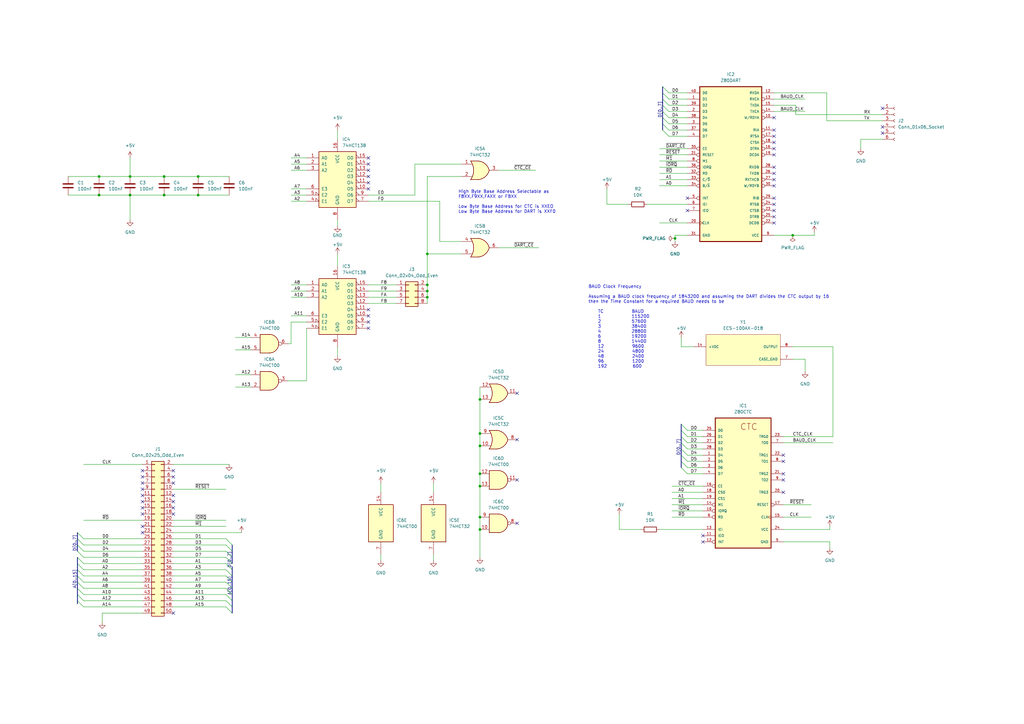
<source format=kicad_sch>
(kicad_sch (version 20230121) (generator eeschema)
  (paper "A3")
  (title_block (title "RABS664 Amstrad CPC CTC DART") (date "2023-08-12") (rev "1.0") (company "https://github.com/rabs664/Amstrad-CPC-CTC-DART"))
  (lib_symbols
    (symbol "74xx:74HCT00" (pin_names (offset 1.016))
      (property "Reference" "U" (at 0 1.27 0))
      (property "Value" "74HCT00" (at 0 -1.27 0))
      (symbol "74HCT00_1_1"
        (pin input line (at -7.62 2.54 0) (length 3.81) (name "~") (number "1"))
        (pin input line (at -7.62 -2.54 0) (length 3.81) (name "~") (number "2"))
        (pin output inverted (at 7.62 0 180) (length 3.81) (name "~") (number "3"))
      )
      (symbol "74HCT00_1_2"
        (pin input inverted (at -7.62 2.54 0) (length 4.318) (name "~") (number "1"))
        (pin input inverted (at -7.62 -2.54 0) (length 4.318) (name "~") (number "2"))
        (pin output line (at 7.62 0 180) (length 3.81) (name "~") (number "3"))
      )
      (symbol "74HCT00_2_1"
        (pin input line (at -7.62 2.54 0) (length 3.81) (name "~") (number "4"))
        (pin input line (at -7.62 -2.54 0) (length 3.81) (name "~") (number "5"))
        (pin output inverted (at 7.62 0 180) (length 3.81) (name "~") (number "6"))
      )
      (symbol "74HCT00_2_2"
        (pin input inverted (at -7.62 2.54 0) (length 4.318) (name "~") (number "4"))
        (pin input inverted (at -7.62 -2.54 0) (length 4.318) (name "~") (number "5"))
        (pin output line (at 7.62 0 180) (length 3.81) (name "~") (number "6"))
      )
      (symbol "74HCT00_3_1"
        (pin input line (at -7.62 -2.54 0) (length 3.81) (name "~") (number "10"))
        (pin output inverted (at 7.62 0 180) (length 3.81) (name "~") (number "8"))
        (pin input line (at -7.62 2.54 0) (length 3.81) (name "~") (number "9"))
      )
      (symbol "74HCT00_3_2"
        (pin input inverted (at -7.62 -2.54 0) (length 4.318) (name "~") (number "10"))
        (pin output line (at 7.62 0 180) (length 3.81) (name "~") (number "8"))
        (pin input inverted (at -7.62 2.54 0) (length 4.318) (name "~") (number "9"))
      )
      (symbol "74HCT00_4_1"
        (pin output inverted (at 7.62 0 180) (length 3.81) (name "~") (number "11"))
        (pin input line (at -7.62 2.54 0) (length 3.81) (name "~") (number "12"))
        (pin input line (at -7.62 -2.54 0) (length 3.81) (name "~") (number "13"))
      )
      (symbol "74HCT00_4_2"
        (pin output line (at 7.62 0 180) (length 3.81) (name "~") (number "11"))
        (pin input inverted (at -7.62 2.54 0) (length 4.318) (name "~") (number "12"))
        (pin input inverted (at -7.62 -2.54 0) (length 4.318) (name "~") (number "13"))
      )
      (symbol "74HCT00_5_0"
        (pin power_in line (at 0 12.7 270) (length 5.08) (name "VCC") (number "14"))
        (pin power_in line (at 0 -12.7 90) (length 5.08) (name "GND") (number "7"))
      )
    )
    (symbol "74xx:74LS138" (pin_names (offset 1.016))
      (property "Reference" "U" (at -7.62 11.43 0))
      (property "Value" "74LS138" (at -7.62 -13.97 0))
      (symbol "74LS138_1_0"
        (pin input line (at -12.7 7.62 0) (length 5.08) (name "A0") (number "1"))
        (pin output output_low (at 12.7 -5.08 180) (length 5.08) (name "O5") (number "10"))
        (pin output output_low (at 12.7 -2.54 180) (length 5.08) (name "O4") (number "11"))
        (pin output output_low (at 12.7 0 180) (length 5.08) (name "O3") (number "12"))
        (pin output output_low (at 12.7 2.54 180) (length 5.08) (name "O2") (number "13"))
        (pin output output_low (at 12.7 5.08 180) (length 5.08) (name "O1") (number "14"))
        (pin output output_low (at 12.7 7.62 180) (length 5.08) (name "O0") (number "15"))
        (pin power_in line (at 0 15.24 270) (length 5.08) (name "VCC") (number "16"))
        (pin input line (at -12.7 5.08 0) (length 5.08) (name "A1") (number "2"))
        (pin input line (at -12.7 2.54 0) (length 5.08) (name "A2") (number "3"))
        (pin input input_low (at -12.7 -10.16 0) (length 5.08) (name "E1") (number "4"))
        (pin input input_low (at -12.7 -7.62 0) (length 5.08) (name "E2") (number "5"))
        (pin input line (at -12.7 -5.08 0) (length 5.08) (name "E3") (number "6"))
        (pin output output_low (at 12.7 -10.16 180) (length 5.08) (name "O7") (number "7"))
        (pin power_in line (at 0 -17.78 90) (length 5.08) (name "GND") (number "8"))
        (pin output output_low (at 12.7 -7.62 180) (length 5.08) (name "O6") (number "9"))
      )
    )
    (symbol "74xx:74LS32" (pin_names (offset 1.016))
      (property "Reference" "U" (at 0 1.27 0))
      (property "Value" "74LS32" (at 0 -1.27 0))
      (symbol "74LS32_1_1"
        (pin input line (at -7.62 2.54 0) (length 4.318) (name "~") (number "1"))
        (pin input line (at -7.62 -2.54 0) (length 4.318) (name "~") (number "2"))
        (pin output line (at 7.62 0 180) (length 3.81) (name "~") (number "3"))
      )
      (symbol "74LS32_1_2"
        (pin input inverted (at -7.62 2.54 0) (length 3.81) (name "~") (number "1"))
        (pin input inverted (at -7.62 -2.54 0) (length 3.81) (name "~") (number "2"))
        (pin output inverted (at 7.62 0 180) (length 3.81) (name "~") (number "3"))
      )
      (symbol "74LS32_2_1"
        (pin input line (at -7.62 2.54 0) (length 4.318) (name "~") (number "4"))
        (pin input line (at -7.62 -2.54 0) (length 4.318) (name "~") (number "5"))
        (pin output line (at 7.62 0 180) (length 3.81) (name "~") (number "6"))
      )
      (symbol "74LS32_2_2"
        (pin input inverted (at -7.62 2.54 0) (length 3.81) (name "~") (number "4"))
        (pin input inverted (at -7.62 -2.54 0) (length 3.81) (name "~") (number "5"))
        (pin output inverted (at 7.62 0 180) (length 3.81) (name "~") (number "6"))
      )
      (symbol "74LS32_3_1"
        (pin input line (at -7.62 -2.54 0) (length 4.318) (name "~") (number "10"))
        (pin output line (at 7.62 0 180) (length 3.81) (name "~") (number "8"))
        (pin input line (at -7.62 2.54 0) (length 4.318) (name "~") (number "9"))
      )
      (symbol "74LS32_3_2"
        (pin input inverted (at -7.62 -2.54 0) (length 3.81) (name "~") (number "10"))
        (pin output inverted (at 7.62 0 180) (length 3.81) (name "~") (number "8"))
        (pin input inverted (at -7.62 2.54 0) (length 3.81) (name "~") (number "9"))
      )
      (symbol "74LS32_4_1"
        (pin output line (at 7.62 0 180) (length 3.81) (name "~") (number "11"))
        (pin input line (at -7.62 2.54 0) (length 4.318) (name "~") (number "12"))
        (pin input line (at -7.62 -2.54 0) (length 4.318) (name "~") (number "13"))
      )
      (symbol "74LS32_4_2"
        (pin output inverted (at 7.62 0 180) (length 3.81) (name "~") (number "11"))
        (pin input inverted (at -7.62 2.54 0) (length 3.81) (name "~") (number "12"))
        (pin input inverted (at -7.62 -2.54 0) (length 3.81) (name "~") (number "13"))
      )
      (symbol "74LS32_5_0"
        (pin power_in line (at 0 12.7 270) (length 5.08) (name "VCC") (number "14"))
        (pin power_in line (at 0 -12.7 90) (length 5.08) (name "GND") (number "7"))
      )
    )
    (symbol "Connector:Conn_01x06_Socket" (pin_names (offset 1.016) hide)
      (property "Reference" "J" (at 0 7.62 0))
      (property "Value" "Conn_01x06_Socket" (at 0 -10.16 0))
      (symbol "Conn_01x06_Socket_1_1"
        (pin passive line (at -5.08 5.08 0) (length 3.81) (name "Pin_1") (number "1"))
        (pin passive line (at -5.08 2.54 0) (length 3.81) (name "Pin_2") (number "2"))
        (pin passive line (at -5.08 0 0) (length 3.81) (name "Pin_3") (number "3"))
        (pin passive line (at -5.08 -2.54 0) (length 3.81) (name "Pin_4") (number "4"))
        (pin passive line (at -5.08 -5.08 0) (length 3.81) (name "Pin_5") (number "5"))
        (pin passive line (at -5.08 -7.62 0) (length 3.81) (name "Pin_6") (number "6"))
      )
    )
    (symbol "Connector_Generic:Conn_02x04_Odd_Even" (pin_names (offset 1.016) hide)
      (property "Reference" "J" (at 1.27 5.08 0))
      (property "Value" "Conn_02x04_Odd_Even" (at 1.27 -7.62 0))
      (symbol "Conn_02x04_Odd_Even_1_1"
        (pin passive line (at -5.08 2.54 0) (length 3.81) (name "Pin_1") (number "1"))
        (pin passive line (at 7.62 2.54 180) (length 3.81) (name "Pin_2") (number "2"))
        (pin passive line (at -5.08 0 0) (length 3.81) (name "Pin_3") (number "3"))
        (pin passive line (at 7.62 0 180) (length 3.81) (name "Pin_4") (number "4"))
        (pin passive line (at -5.08 -2.54 0) (length 3.81) (name "Pin_5") (number "5"))
        (pin passive line (at 7.62 -2.54 180) (length 3.81) (name "Pin_6") (number "6"))
        (pin passive line (at -5.08 -5.08 0) (length 3.81) (name "Pin_7") (number "7"))
        (pin passive line (at 7.62 -5.08 180) (length 3.81) (name "Pin_8") (number "8"))
      )
    )
    (symbol "Connector_Generic:Conn_02x25_Odd_Even" (pin_names (offset 1.016) hide)
      (property "Reference" "J" (at 1.27 33.02 0))
      (property "Value" "Conn_02x25_Odd_Even" (at 1.27 -33.02 0))
      (symbol "Conn_02x25_Odd_Even_1_1"
        (pin passive line (at -5.08 30.48 0) (length 3.81) (name "Pin_1") (number "1"))
        (pin passive line (at 7.62 20.32 180) (length 3.81) (name "Pin_10") (number "10"))
        (pin passive line (at -5.08 17.78 0) (length 3.81) (name "Pin_11") (number "11"))
        (pin passive line (at 7.62 17.78 180) (length 3.81) (name "Pin_12") (number "12"))
        (pin passive line (at -5.08 15.24 0) (length 3.81) (name "Pin_13") (number "13"))
        (pin passive line (at 7.62 15.24 180) (length 3.81) (name "Pin_14") (number "14"))
        (pin passive line (at -5.08 12.7 0) (length 3.81) (name "Pin_15") (number "15"))
        (pin passive line (at 7.62 12.7 180) (length 3.81) (name "Pin_16") (number "16"))
        (pin passive line (at -5.08 10.16 0) (length 3.81) (name "Pin_17") (number "17"))
        (pin passive line (at 7.62 10.16 180) (length 3.81) (name "Pin_18") (number "18"))
        (pin passive line (at -5.08 7.62 0) (length 3.81) (name "Pin_19") (number "19"))
        (pin passive line (at 7.62 30.48 180) (length 3.81) (name "Pin_2") (number "2"))
        (pin passive line (at 7.62 7.62 180) (length 3.81) (name "Pin_20") (number "20"))
        (pin passive line (at -5.08 5.08 0) (length 3.81) (name "Pin_21") (number "21"))
        (pin passive line (at 7.62 5.08 180) (length 3.81) (name "Pin_22") (number "22"))
        (pin passive line (at -5.08 2.54 0) (length 3.81) (name "Pin_23") (number "23"))
        (pin passive line (at 7.62 2.54 180) (length 3.81) (name "Pin_24") (number "24"))
        (pin passive line (at -5.08 0 0) (length 3.81) (name "Pin_25") (number "25"))
        (pin passive line (at 7.62 0 180) (length 3.81) (name "Pin_26") (number "26"))
        (pin passive line (at -5.08 -2.54 0) (length 3.81) (name "Pin_27") (number "27"))
        (pin passive line (at 7.62 -2.54 180) (length 3.81) (name "Pin_28") (number "28"))
        (pin passive line (at -5.08 -5.08 0) (length 3.81) (name "Pin_29") (number "29"))
        (pin passive line (at -5.08 27.94 0) (length 3.81) (name "Pin_3") (number "3"))
        (pin passive line (at 7.62 -5.08 180) (length 3.81) (name "Pin_30") (number "30"))
        (pin passive line (at -5.08 -7.62 0) (length 3.81) (name "Pin_31") (number "31"))
        (pin passive line (at 7.62 -7.62 180) (length 3.81) (name "Pin_32") (number "32"))
        (pin passive line (at -5.08 -10.16 0) (length 3.81) (name "Pin_33") (number "33"))
        (pin passive line (at 7.62 -10.16 180) (length 3.81) (name "Pin_34") (number "34"))
        (pin passive line (at -5.08 -12.7 0) (length 3.81) (name "Pin_35") (number "35"))
        (pin passive line (at 7.62 -12.7 180) (length 3.81) (name "Pin_36") (number "36"))
        (pin passive line (at -5.08 -15.24 0) (length 3.81) (name "Pin_37") (number "37"))
        (pin passive line (at 7.62 -15.24 180) (length 3.81) (name "Pin_38") (number "38"))
        (pin passive line (at -5.08 -17.78 0) (length 3.81) (name "Pin_39") (number "39"))
        (pin passive line (at 7.62 27.94 180) (length 3.81) (name "Pin_4") (number "4"))
        (pin passive line (at 7.62 -17.78 180) (length 3.81) (name "Pin_40") (number "40"))
        (pin passive line (at -5.08 -20.32 0) (length 3.81) (name "Pin_41") (number "41"))
        (pin passive line (at 7.62 -20.32 180) (length 3.81) (name "Pin_42") (number "42"))
        (pin passive line (at -5.08 -22.86 0) (length 3.81) (name "Pin_43") (number "43"))
        (pin passive line (at 7.62 -22.86 180) (length 3.81) (name "Pin_44") (number "44"))
        (pin passive line (at -5.08 -25.4 0) (length 3.81) (name "Pin_45") (number "45"))
        (pin passive line (at 7.62 -25.4 180) (length 3.81) (name "Pin_46") (number "46"))
        (pin passive line (at -5.08 -27.94 0) (length 3.81) (name "Pin_47") (number "47"))
        (pin passive line (at 7.62 -27.94 180) (length 3.81) (name "Pin_48") (number "48"))
        (pin passive line (at -5.08 -30.48 0) (length 3.81) (name "Pin_49") (number "49"))
        (pin passive line (at -5.08 25.4 0) (length 3.81) (name "Pin_5") (number "5"))
        (pin passive line (at 7.62 -30.48 180) (length 3.81) (name "Pin_50") (number "50"))
        (pin passive line (at 7.62 25.4 180) (length 3.81) (name "Pin_6") (number "6"))
        (pin passive line (at -5.08 22.86 0) (length 3.81) (name "Pin_7") (number "7"))
        (pin passive line (at 7.62 22.86 180) (length 3.81) (name "Pin_8") (number "8"))
        (pin passive line (at -5.08 20.32 0) (length 3.81) (name "Pin_9") (number "9"))
      )
    )
    (symbol "Device:C" (pin_numbers hide) (pin_names (offset 0.254))
      (property "Reference" "C" (at 0.635 2.54 0))
      (property "Value" "C" (at 0.635 -2.54 0))
      (symbol "C_1_1"
        (pin passive line (at 0 3.81 270) (length 2.794) (name "~") (number "1"))
        (pin passive line (at 0 -3.81 90) (length 2.794) (name "~") (number "2"))
      )
    )
    (symbol "Device:R" (pin_numbers hide) (pin_names (offset 0))
      (property "Reference" "R" (at 2.032 0 90))
      (property "Value" "R" (at 0 0 90))
      (symbol "R_1_1"
        (pin passive line (at 0 3.81 270) (length 1.27) (name "~") (number "1"))
        (pin passive line (at 0 -3.81 90) (length 1.27) (name "~") (number "2"))
      )
    )
    (symbol "ECS-100AX-018:ECS-100AX-018" (pin_names (offset 1.016))
      (property "Reference" "Y" (at -15.2829 5.0943 0))
      (property "Value" "ECS-100AX-018" (at -15.268 -10.1787 0))
      (symbol "ECS-100AX-018_0_0"
        (pin input line (at -20.32 0 0) (length 5.08) (name "+VDC") (number "14"))
        (pin power_in line (at 20.32 -5.08 180) (length 5.08) (name "CASE_GND") (number "7"))
        (pin output line (at 20.32 0 180) (length 5.08) (name "OUTPUT") (number "8"))
      )
    )
    (symbol "Z80CTC:Z80CTC" (pin_names (offset 1.016))
      (property "Reference" "IC" (at -12.7212 26.0785 0))
      (property "Value" "Z80CTC" (at -12.713 -30.5113 0))
      (symbol "Z80CTC_0_0"
        (text "CTC" (at -2.5413 20.3307 0) (effects (font (size 2.5413 2.5413)) (justify left bottom)))
        (pin bidirectional line (at -17.78 10.16 0) (length 5.08) (name "D4") (number "1"))
        (pin input inverted (at -17.78 -12.7 0) (length 5.08) (name "IORQ") (number "10"))
        (pin output line (at -17.78 -22.86 0) (length 5.08) (name "IEO") (number "11"))
        (pin output inverted (at -17.78 -25.4 0) (length 5.08) (name "INT") (number "12"))
        (pin input line (at -17.78 -20.32 0) (length 5.08) (name "IEI") (number "13"))
        (pin input inverted (at -17.78 -10.16 0) (length 5.08) (name "M1") (number "14"))
        (pin input clock (at 15.24 -15.24 180) (length 5.08) (name "CLK") (number "15"))
        (pin input inverted (at -17.78 -2.54 0) (length 5.08) (name "CE") (number "16"))
        (pin input inverted (at 15.24 -10.16 180) (length 5.08) (name "RESET") (number "17"))
        (pin input line (at -17.78 -5.08 0) (length 5.08) (name "CS0") (number "18"))
        (pin input line (at -17.78 -7.62 0) (length 5.08) (name "CS1") (number "19"))
        (pin bidirectional line (at -17.78 7.62 0) (length 5.08) (name "D5") (number "2"))
        (pin input line (at 15.24 -5.08 180) (length 5.08) (name "TRG3") (number "20"))
        (pin input line (at 15.24 2.54 180) (length 5.08) (name "TRG2") (number "21"))
        (pin input line (at 15.24 10.16 180) (length 5.08) (name "TRG1") (number "22"))
        (pin input line (at 15.24 17.78 180) (length 5.08) (name "TRG0") (number "23"))
        (pin power_in line (at 15.24 -20.32 180) (length 5.08) (name "VCC") (number "24"))
        (pin bidirectional line (at -17.78 20.32 0) (length 5.08) (name "D0") (number "25"))
        (pin bidirectional line (at -17.78 17.78 0) (length 5.08) (name "D1") (number "26"))
        (pin bidirectional line (at -17.78 15.24 0) (length 5.08) (name "D2") (number "27"))
        (pin bidirectional line (at -17.78 12.7 0) (length 5.08) (name "D3") (number "28"))
        (pin bidirectional line (at -17.78 5.08 0) (length 5.08) (name "D6") (number "3"))
        (pin bidirectional line (at -17.78 2.54 0) (length 5.08) (name "D7") (number "4"))
        (pin power_in line (at 15.24 -25.4 180) (length 5.08) (name "GND") (number "5"))
        (pin input inverted (at -17.78 -15.24 0) (length 5.08) (name "RD") (number "6"))
        (pin output line (at 15.24 15.24 180) (length 5.08) (name "TO0") (number "7"))
        (pin output line (at 15.24 7.62 180) (length 5.08) (name "TO1") (number "8"))
        (pin output line (at 15.24 0 180) (length 5.08) (name "TO2") (number "9"))
      )
    )
    (symbol "Z80DART:Z80DART" (pin_names (offset 1.016))
      (property "Reference" "IC" (at -12.7065 28.5896 0))
      (property "Value" "Z80DART" (at -12.7183 -38.1548 0))
      (symbol "Z80DART_0_0"
        (pin bidirectional line (at -17.78 22.86 0) (length 5.08) (name "D1") (number "1"))
        (pin output inverted (at 17.78 15.24 180) (length 5.08) (name "W/RDYA") (number "10"))
        (pin input inverted (at 17.78 10.16 180) (length 5.08) (name "RIA") (number "11"))
        (pin input line (at 17.78 25.4 180) (length 5.08) (name "RXDA") (number "12"))
        (pin input inverted (at 17.78 22.86 180) (length 5.08) (name "RXCA") (number "13"))
        (pin input inverted (at 17.78 17.78 180) (length 5.08) (name "TXCA") (number "14"))
        (pin output line (at 17.78 20.32 180) (length 5.08) (name "TXDA") (number "15"))
        (pin output inverted (at 17.78 2.54 180) (length 5.08) (name "DTRA") (number "16"))
        (pin output inverted (at 17.78 7.62 180) (length 5.08) (name "RTSA") (number "17"))
        (pin input inverted (at 17.78 5.08 180) (length 5.08) (name "CTSA") (number "18"))
        (pin input inverted (at 17.78 0 180) (length 5.08) (name "DCDA") (number "19"))
        (pin bidirectional line (at -17.78 17.78 0) (length 5.08) (name "D3") (number "2"))
        (pin input clock (at -17.78 -27.94 0) (length 5.08) (name "CLK") (number "20"))
        (pin input inverted (at -17.78 0 0) (length 5.08) (name "RESET") (number "21"))
        (pin input inverted (at 17.78 -27.94 180) (length 5.08) (name "DCDB") (number "22"))
        (pin input inverted (at 17.78 -22.86 180) (length 5.08) (name "CTSB") (number "23"))
        (pin output inverted (at 17.78 -20.32 180) (length 5.08) (name "RTSB") (number "24"))
        (pin output inverted (at 17.78 -25.4 180) (length 5.08) (name "DTRB") (number "25"))
        (pin output line (at 17.78 -7.62 180) (length 5.08) (name "TXDB") (number "26"))
        (pin input inverted (at 17.78 -10.16 180) (length 5.08) (name "RXTXCB") (number "27"))
        (pin input line (at 17.78 -5.08 180) (length 5.08) (name "RXDB") (number "28"))
        (pin input inverted (at 17.78 -17.78 180) (length 5.08) (name "RIB") (number "29"))
        (pin bidirectional line (at -17.78 12.7 0) (length 5.08) (name "D5") (number "3"))
        (pin output inverted (at 17.78 -12.7 180) (length 5.08) (name "W/RDYB") (number "30"))
        (pin power_in line (at -17.78 -33.02 0) (length 5.08) (name "GND") (number "31"))
        (pin input inverted (at -17.78 -7.62 0) (length 5.08) (name "RD") (number "32"))
        (pin input inverted (at -17.78 -10.16 0) (length 5.08) (name "C/~{D}") (number "33"))
        (pin input inverted (at -17.78 -12.7 0) (length 5.08) (name "B/~{A}") (number "34"))
        (pin input inverted (at -17.78 2.54 0) (length 5.08) (name "CE") (number "35"))
        (pin input inverted (at -17.78 -5.08 0) (length 5.08) (name "IORQ") (number "36"))
        (pin bidirectional line (at -17.78 10.16 0) (length 5.08) (name "D6") (number "37"))
        (pin bidirectional line (at -17.78 15.24 0) (length 5.08) (name "D4") (number "38"))
        (pin bidirectional line (at -17.78 20.32 0) (length 5.08) (name "D2") (number "39"))
        (pin bidirectional line (at -17.78 7.62 0) (length 5.08) (name "D7") (number "4"))
        (pin bidirectional line (at -17.78 25.4 0) (length 5.08) (name "D0") (number "40"))
        (pin open_collector inverted (at -17.78 -17.78 0) (length 5.08) (name "INT") (number "5"))
        (pin input line (at -17.78 -20.32 0) (length 5.08) (name "IEI") (number "6"))
        (pin output line (at -17.78 -22.86 0) (length 5.08) (name "IEO") (number "7"))
        (pin input inverted (at -17.78 -2.54 0) (length 5.08) (name "M1") (number "8"))
        (pin power_in line (at 17.78 -33.02 180) (length 5.08) (name "VCC") (number "9"))
      )
    )
    (symbol "power:+5V" (power) (pin_names (offset 0))
      (property "Value" "+5V" (at 0 3.556 0))
      (symbol "+5V_1_1"
        (pin power_in line (at 0 0 90) (length 0) hide (name "+5V") (number "1"))
      )
    )
    (symbol "power:GND" (power) (pin_names (offset 0))
      (property "Value" "GND" (at 0 -3.81 0))
      (symbol "GND_1_1"
        (pin power_in line (at 0 0 270) (length 0) hide (name "GND") (number "1"))
      )
    )
    (symbol "power:PWR_FLAG" (power) (pin_numbers hide) (pin_names (offset 0) hide)
      (property "Value" "PWR_FLAG" (at 0 3.81 0))
      (symbol "PWR_FLAG_0_0"
        (pin power_out line (at 0 0 90) (length 0) (name "pwr") (number "1"))
      )
    )
  )
  (junction (at 325.12 96.52))
  (junction (at 175.26 104.14))
  (junction (at 196.85 199.39))
  (junction (at 196.85 217.17))
  (junction (at 196.85 212.09))
  (junction (at 196.85 182.88))
  (junction (at 40.64 80.01))
  (junction (at 40.64 72.39))
  (junction (at 276.86 97.79))
  (junction (at 53.34 80.01))
  (junction (at 196.85 177.8))
  (junction (at 175.26 119.38))
  (junction (at 81.28 80.01))
  (junction (at 81.28 72.39))
  (junction (at 175.26 121.92))
  (junction (at 67.31 80.01))
  (junction (at 67.31 72.39))
  (junction (at 196.85 163.83))
  (junction (at 196.85 194.31))
  (junction (at 53.34 72.39))
  (junction (at 175.26 116.84))
  (no_connect (at 58.42 193.04))
  (no_connect (at 317.5 55.88))
  (no_connect (at 71.12 251.46))
  (no_connect (at 58.42 205.74))
  (no_connect (at 58.42 200.66))
  (no_connect (at 317.5 53.34))
  (no_connect (at 151.13 67.31))
  (no_connect (at 151.13 72.39))
  (no_connect (at 71.12 195.58))
  (no_connect (at 317.5 48.26))
  (no_connect (at 58.42 195.58))
  (no_connect (at 288.29 219.71))
  (no_connect (at 212.09 180.34))
  (no_connect (at 58.42 218.44))
  (no_connect (at 321.31 196.85))
  (no_connect (at 212.09 161.29))
  (no_connect (at 71.12 208.28))
  (no_connect (at 58.42 208.28))
  (no_connect (at 151.13 129.54))
  (no_connect (at 151.13 134.62))
  (no_connect (at 317.5 68.58))
  (no_connect (at 317.5 71.12))
  (no_connect (at 317.5 60.96))
  (no_connect (at 71.12 198.12))
  (no_connect (at 212.09 196.85))
  (no_connect (at 71.12 205.74))
  (no_connect (at 317.5 91.44))
  (no_connect (at 151.13 127))
  (no_connect (at 151.13 77.47))
  (no_connect (at 317.5 76.2))
  (no_connect (at 281.94 86.36))
  (no_connect (at 317.5 81.28))
  (no_connect (at 317.5 86.36))
  (no_connect (at 317.5 63.5))
  (no_connect (at 281.94 81.28))
  (no_connect (at 71.12 210.82))
  (no_connect (at 58.42 203.2))
  (no_connect (at 317.5 88.9))
  (no_connect (at 151.13 64.77))
  (no_connect (at 58.42 215.9))
  (no_connect (at 317.5 73.66))
  (no_connect (at 321.31 186.69))
  (no_connect (at 71.12 193.04))
  (no_connect (at 321.31 189.23))
  (no_connect (at 317.5 58.42))
  (no_connect (at 151.13 74.93))
  (no_connect (at 58.42 210.82))
  (no_connect (at 151.13 132.08))
  (no_connect (at 361.95 54.61))
  (no_connect (at 71.12 203.2))
  (no_connect (at 321.31 194.31))
  (no_connect (at 321.31 201.93))
  (no_connect (at 361.95 52.07))
  (no_connect (at 317.5 83.82))
  (no_connect (at 58.42 198.12))
  (no_connect (at 151.13 69.85))
  (no_connect (at 361.95 44.45))
  (no_connect (at 288.29 222.25))
  (no_connect (at 212.09 214.63))
  (bus_entry (at 279.4 176.53) (size 2.54 2.54))
  (bus_entry (at 279.4 191.77) (size 2.54 2.54))
  (bus_entry (at 31.75 236.22) (size 2.54 2.54))
  (bus_entry (at 92.71 226.06) (size 2.54 2.54))
  (bus_entry (at 271.78 53.34) (size 2.54 2.54))
  (bus_entry (at 31.75 233.68) (size 2.54 2.54))
  (bus_entry (at 31.75 226.06) (size 2.54 2.54))
  (bus_entry (at 92.71 248.92) (size 2.54 2.54))
  (bus_entry (at 271.78 43.18) (size 2.54 2.54))
  (bus_entry (at 31.75 228.6) (size 2.54 2.54))
  (bus_entry (at 31.75 243.84) (size 2.54 2.54))
  (bus_entry (at 31.75 231.14) (size 2.54 2.54))
  (bus_entry (at 92.71 220.98) (size 2.54 2.54))
  (bus_entry (at 279.4 189.23) (size 2.54 2.54))
  (bus_entry (at 31.75 241.3) (size 2.54 2.54))
  (bus_entry (at 92.71 233.68) (size 2.54 2.54))
  (bus_entry (at 279.4 181.61) (size 2.54 2.54))
  (bus_entry (at 279.4 186.69) (size 2.54 2.54))
  (bus_entry (at 92.71 228.6) (size 2.54 2.54))
  (bus_entry (at 271.78 50.8) (size 2.54 2.54))
  (bus_entry (at 92.71 223.52) (size 2.54 2.54))
  (bus_entry (at 271.78 45.72) (size 2.54 2.54))
  (bus_entry (at 271.78 40.64) (size 2.54 2.54))
  (bus_entry (at 271.78 48.26) (size 2.54 2.54))
  (bus_entry (at 92.71 238.76) (size 2.54 2.54))
  (bus_entry (at 279.4 184.15) (size 2.54 2.54))
  (bus_entry (at 279.4 173.99) (size 2.54 2.54))
  (bus_entry (at 31.75 220.98) (size 2.54 2.54))
  (bus_entry (at 92.71 246.38) (size 2.54 2.54))
  (bus_entry (at 31.75 246.38) (size 2.54 2.54))
  (bus_entry (at 92.71 243.84) (size 2.54 2.54))
  (bus_entry (at 31.75 238.76) (size 2.54 2.54))
  (bus_entry (at 92.71 231.14) (size 2.54 2.54))
  (bus_entry (at 271.78 38.1) (size 2.54 2.54))
  (bus_entry (at 92.71 236.22) (size 2.54 2.54))
  (bus_entry (at 92.71 241.3) (size 2.54 2.54))
  (bus_entry (at 271.78 35.56) (size 2.54 2.54))
  (bus_entry (at 31.75 218.44) (size 2.54 2.54))
  (bus_entry (at 31.75 223.52) (size 2.54 2.54))
  (bus_entry (at 279.4 179.07) (size 2.54 2.54))
  (wire (pts (xy 71.12 243.84) (xy 92.71 243.84)))
  (wire (pts (xy 34.29 231.14) (xy 58.42 231.14)))
  (bus (pts (xy 31.75 220.98) (xy 31.75 223.52)))
  (bus (pts (xy 31.75 241.3) (xy 31.75 243.84)))
  (wire (pts (xy 274.32 50.8) (xy 281.94 50.8)))
  (wire (pts (xy 71.12 213.36) (xy 92.71 213.36)))
  (wire (pts (xy 138.43 142.24) (xy 138.43 146.05)))
  (wire (pts (xy 151.13 121.92) (xy 162.56 121.92)))
  (wire (pts (xy 275.59 199.39) (xy 288.29 199.39)))
  (wire (pts (xy 34.29 223.52) (xy 58.42 223.52)))
  (bus (pts (xy 95.25 228.6) (xy 95.25 231.14)))
  (bus (pts (xy 271.78 43.18) (xy 271.78 45.72)))
  (wire (pts (xy 196.85 212.09) (xy 196.85 217.17)))
  (wire (pts (xy 270.51 66.04) (xy 281.94 66.04)))
  (wire (pts (xy 276.86 96.52) (xy 281.94 96.52)))
  (wire (pts (xy 196.85 199.39) (xy 196.85 212.09)))
  (wire (pts (xy 151.13 82.55) (xy 180.34 82.55)))
  (bus (pts (xy 279.4 189.23) (xy 279.4 191.77)))
  (wire (pts (xy 53.34 64.77) (xy 53.34 72.39)))
  (wire (pts (xy 34.29 220.98) (xy 58.42 220.98)))
  (bus (pts (xy 271.78 48.26) (xy 271.78 50.8)))
  (wire (pts (xy 71.12 200.66) (xy 92.71 200.66)))
  (bus (pts (xy 31.75 231.14) (xy 31.75 233.68)))
  (wire (pts (xy 71.12 246.38) (xy 92.71 246.38)))
  (wire (pts (xy 118.11 140.97) (xy 119.38 140.97)))
  (wire (pts (xy 151.13 80.01) (xy 170.18 80.01)))
  (wire (pts (xy 330.2 147.32) (xy 325.12 147.32)))
  (wire (pts (xy 317.5 38.1) (xy 339.09 38.1)))
  (bus (pts (xy 31.75 218.44) (xy 31.75 220.98)))
  (wire (pts (xy 41.91 251.46) (xy 41.91 255.27)))
  (bus (pts (xy 271.78 45.72) (xy 271.78 48.26)))
  (wire (pts (xy 96.52 138.43) (xy 102.87 138.43)))
  (wire (pts (xy 71.12 236.22) (xy 92.71 236.22)))
  (wire (pts (xy 317.5 43.18) (xy 326.39 43.18)))
  (wire (pts (xy 34.29 246.38) (xy 58.42 246.38)))
  (wire (pts (xy 81.28 72.39) (xy 93.98 72.39)))
  (wire (pts (xy 281.94 176.53) (xy 288.29 176.53)))
  (wire (pts (xy 119.38 69.85) (xy 125.73 69.85)))
  (wire (pts (xy 58.42 251.46) (xy 41.91 251.46)))
  (wire (pts (xy 353.06 57.15) (xy 353.06 60.96)))
  (bus (pts (xy 95.25 238.76) (xy 95.25 241.3)))
  (wire (pts (xy 71.12 215.9) (xy 92.71 215.9)))
  (wire (pts (xy 175.26 116.84) (xy 175.26 119.38)))
  (wire (pts (xy 71.12 218.44) (xy 99.06 218.44)))
  (wire (pts (xy 353.06 57.15) (xy 361.95 57.15)))
  (bus (pts (xy 31.75 223.52) (xy 31.75 226.06)))
  (wire (pts (xy 71.12 238.76) (xy 92.71 238.76)))
  (bus (pts (xy 271.78 40.64) (xy 271.78 43.18)))
  (wire (pts (xy 119.38 82.55) (xy 125.73 82.55)))
  (wire (pts (xy 96.52 158.75) (xy 102.87 158.75)))
  (wire (pts (xy 119.38 77.47) (xy 125.73 77.47)))
  (wire (pts (xy 175.26 116.84) (xy 175.26 104.14)))
  (wire (pts (xy 196.85 177.8) (xy 196.85 182.88)))
  (wire (pts (xy 270.51 76.2) (xy 281.94 76.2)))
  (wire (pts (xy 361.95 46.99) (xy 326.39 46.99)))
  (wire (pts (xy 170.18 67.31) (xy 189.23 67.31)))
  (wire (pts (xy 196.85 158.75) (xy 196.85 163.83)))
  (bus (pts (xy 31.75 238.76) (xy 31.75 241.3)))
  (bus (pts (xy 31.75 236.22) (xy 31.75 238.76)))
  (wire (pts (xy 34.29 226.06) (xy 58.42 226.06)))
  (wire (pts (xy 274.32 38.1) (xy 281.94 38.1)))
  (wire (pts (xy 175.26 72.39) (xy 175.26 104.14)))
  (wire (pts (xy 119.38 64.77) (xy 125.73 64.77)))
  (bus (pts (xy 95.25 226.06) (xy 95.25 228.6)))
  (wire (pts (xy 27.94 72.39) (xy 40.64 72.39)))
  (wire (pts (xy 196.85 217.17) (xy 196.85 228.6)))
  (wire (pts (xy 254 217.17) (xy 254 210.82)))
  (wire (pts (xy 71.12 233.68) (xy 92.71 233.68)))
  (wire (pts (xy 270.51 91.44) (xy 281.94 91.44)))
  (wire (pts (xy 274.32 55.88) (xy 281.94 55.88)))
  (wire (pts (xy 138.43 90.17) (xy 138.43 92.71)))
  (wire (pts (xy 196.85 194.31) (xy 196.85 199.39)))
  (wire (pts (xy 270.51 71.12) (xy 281.94 71.12)))
  (wire (pts (xy 262.89 217.17) (xy 254 217.17)))
  (wire (pts (xy 321.31 212.09) (xy 332.74 212.09)))
  (wire (pts (xy 53.34 80.01) (xy 53.34 90.17)))
  (wire (pts (xy 341.63 179.07) (xy 321.31 179.07)))
  (bus (pts (xy 279.4 173.99) (xy 279.4 176.53)))
  (wire (pts (xy 275.59 212.09) (xy 288.29 212.09)))
  (wire (pts (xy 96.52 143.51) (xy 102.87 143.51)))
  (wire (pts (xy 326.39 46.99) (xy 326.39 43.18)))
  (wire (pts (xy 275.59 201.93) (xy 288.29 201.93)))
  (bus (pts (xy 279.4 181.61) (xy 279.4 184.15)))
  (wire (pts (xy 279.4 142.24) (xy 279.4 138.43)))
  (wire (pts (xy 40.64 80.01) (xy 53.34 80.01)))
  (wire (pts (xy 274.32 45.72) (xy 281.94 45.72)))
  (wire (pts (xy 71.12 223.52) (xy 92.71 223.52)))
  (wire (pts (xy 325.12 142.24) (xy 341.63 142.24)))
  (bus (pts (xy 95.25 236.22) (xy 95.25 238.76)))
  (bus (pts (xy 271.78 50.8) (xy 271.78 53.34)))
  (wire (pts (xy 204.47 69.85) (xy 219.71 69.85)))
  (wire (pts (xy 317.5 40.64) (xy 330.2 40.64)))
  (wire (pts (xy 119.38 132.08) (xy 125.73 132.08)))
  (bus (pts (xy 95.25 243.84) (xy 95.25 246.38)))
  (wire (pts (xy 180.34 99.06) (xy 189.23 99.06)))
  (wire (pts (xy 175.26 104.14) (xy 189.23 104.14)))
  (wire (pts (xy 119.38 119.38) (xy 125.73 119.38)))
  (wire (pts (xy 151.13 119.38) (xy 162.56 119.38)))
  (bus (pts (xy 279.4 184.15) (xy 279.4 186.69)))
  (wire (pts (xy 361.95 49.53) (xy 339.09 49.53)))
  (wire (pts (xy 71.12 248.92) (xy 92.71 248.92)))
  (wire (pts (xy 71.12 190.5) (xy 93.98 190.5)))
  (wire (pts (xy 170.18 80.01) (xy 170.18 67.31)))
  (wire (pts (xy 270.51 60.96) (xy 281.94 60.96)))
  (wire (pts (xy 325.12 96.52) (xy 334.01 96.52)))
  (wire (pts (xy 274.32 43.18) (xy 281.94 43.18)))
  (wire (pts (xy 34.29 248.92) (xy 58.42 248.92)))
  (wire (pts (xy 196.85 182.88) (xy 196.85 194.31)))
  (wire (pts (xy 53.34 72.39) (xy 67.31 72.39)))
  (wire (pts (xy 34.29 190.5) (xy 58.42 190.5)))
  (wire (pts (xy 274.32 53.34) (xy 281.94 53.34)))
  (wire (pts (xy 156.21 227.33) (xy 156.21 229.87)))
  (wire (pts (xy 175.26 119.38) (xy 175.26 121.92)))
  (bus (pts (xy 31.75 233.68) (xy 31.75 236.22)))
  (wire (pts (xy 125.73 156.21) (xy 125.73 134.62)))
  (bus (pts (xy 271.78 35.56) (xy 271.78 38.1)))
  (wire (pts (xy 196.85 163.83) (xy 196.85 177.8)))
  (bus (pts (xy 95.25 232.41) (xy 95.25 233.68)))
  (wire (pts (xy 156.21 198.12) (xy 156.21 201.93)))
  (wire (pts (xy 270.51 73.66) (xy 281.94 73.66)))
  (wire (pts (xy 119.38 116.84) (xy 125.73 116.84)))
  (wire (pts (xy 265.43 83.82) (xy 281.94 83.82)))
  (wire (pts (xy 317.5 96.52) (xy 325.12 96.52)))
  (bus (pts (xy 95.25 233.68) (xy 95.25 236.22)))
  (wire (pts (xy 321.31 207.01) (xy 332.74 207.01)))
  (wire (pts (xy 341.63 142.24) (xy 341.63 179.07)))
  (wire (pts (xy 71.12 228.6) (xy 92.71 228.6)))
  (wire (pts (xy 119.38 140.97) (xy 119.38 132.08)))
  (wire (pts (xy 34.29 213.36) (xy 58.42 213.36)))
  (wire (pts (xy 67.31 72.39) (xy 81.28 72.39)))
  (wire (pts (xy 340.36 217.17) (xy 340.36 215.9)))
  (wire (pts (xy 281.94 194.31) (xy 288.29 194.31)))
  (wire (pts (xy 321.31 217.17) (xy 340.36 217.17)))
  (wire (pts (xy 270.51 63.5) (xy 281.94 63.5)))
  (wire (pts (xy 281.94 186.69) (xy 288.29 186.69)))
  (bus (pts (xy 95.25 248.92) (xy 95.25 251.46)))
  (bus (pts (xy 279.4 179.07) (xy 279.4 181.61)))
  (wire (pts (xy 334.01 95.25) (xy 334.01 96.52)))
  (wire (pts (xy 34.29 233.68) (xy 58.42 233.68)))
  (wire (pts (xy 119.38 80.01) (xy 125.73 80.01)))
  (wire (pts (xy 71.12 231.14) (xy 92.71 231.14)))
  (wire (pts (xy 96.52 153.67) (xy 102.87 153.67)))
  (wire (pts (xy 330.2 152.4) (xy 330.2 147.32)))
  (wire (pts (xy 275.59 207.01) (xy 288.29 207.01)))
  (wire (pts (xy 138.43 53.34) (xy 138.43 57.15)))
  (wire (pts (xy 281.94 191.77) (xy 288.29 191.77)))
  (wire (pts (xy 248.92 83.82) (xy 248.92 77.47)))
  (wire (pts (xy 34.29 241.3) (xy 58.42 241.3)))
  (bus (pts (xy 279.4 186.69) (xy 279.4 189.23)))
  (wire (pts (xy 274.32 48.26) (xy 281.94 48.26)))
  (wire (pts (xy 189.23 72.39) (xy 175.26 72.39)))
  (wire (pts (xy 275.59 204.47) (xy 288.29 204.47)))
  (wire (pts (xy 175.26 121.92) (xy 175.26 124.46)))
  (wire (pts (xy 257.81 83.82) (xy 248.92 83.82)))
  (wire (pts (xy 81.28 80.01) (xy 93.98 80.01)))
  (wire (pts (xy 34.29 236.22) (xy 58.42 236.22)))
  (bus (pts (xy 95.25 241.3) (xy 95.25 243.84)))
  (bus (pts (xy 31.75 228.6) (xy 31.75 231.14)))
  (wire (pts (xy 281.94 189.23) (xy 288.29 189.23)))
  (wire (pts (xy 118.11 156.21) (xy 125.73 156.21)))
  (wire (pts (xy 180.34 82.55) (xy 180.34 99.06)))
  (bus (pts (xy 279.4 176.53) (xy 279.4 179.07)))
  (wire (pts (xy 281.94 179.07) (xy 288.29 179.07)))
  (wire (pts (xy 34.29 228.6) (xy 58.42 228.6)))
  (wire (pts (xy 281.94 181.61) (xy 288.29 181.61)))
  (wire (pts (xy 270.51 68.58) (xy 281.94 68.58)))
  (bus (pts (xy 271.78 38.1) (xy 271.78 40.64)))
  (bus (pts (xy 31.75 243.84) (xy 31.75 246.38)))
  (wire (pts (xy 270.51 217.17) (xy 288.29 217.17)))
  (wire (pts (xy 71.12 241.3) (xy 92.71 241.3)))
  (wire (pts (xy 276.86 99.06) (xy 276.86 97.79)))
  (wire (pts (xy 177.8 198.12) (xy 177.8 201.93)))
  (wire (pts (xy 119.38 121.92) (xy 125.73 121.92)))
  (wire (pts (xy 67.31 80.01) (xy 81.28 80.01)))
  (wire (pts (xy 40.64 72.39) (xy 53.34 72.39)))
  (bus (pts (xy 95.25 223.52) (xy 95.25 226.06)))
  (wire (pts (xy 34.29 243.84) (xy 58.42 243.84)))
  (wire (pts (xy 284.48 142.24) (xy 279.4 142.24)))
  (wire (pts (xy 321.31 181.61) (xy 341.63 181.61)))
  (wire (pts (xy 138.43 104.14) (xy 138.43 109.22)))
  (wire (pts (xy 340.36 222.25) (xy 321.31 222.25)))
  (wire (pts (xy 177.8 227.33) (xy 177.8 229.87)))
  (wire (pts (xy 151.13 116.84) (xy 162.56 116.84)))
  (wire (pts (xy 71.12 220.98) (xy 92.71 220.98)))
  (wire (pts (xy 275.59 209.55) (xy 288.29 209.55)))
  (wire (pts (xy 339.09 49.53) (xy 339.09 38.1)))
  (wire (pts (xy 34.29 238.76) (xy 58.42 238.76)))
  (wire (pts (xy 340.36 224.79) (xy 340.36 222.25)))
  (wire (pts (xy 119.38 67.31) (xy 125.73 67.31)))
  (wire (pts (xy 317.5 45.72) (xy 330.2 45.72)))
  (wire (pts (xy 276.86 97.79) (xy 276.86 96.52)))
  (wire (pts (xy 274.32 40.64) (xy 281.94 40.64)))
  (wire (pts (xy 27.94 80.01) (xy 40.64 80.01)))
  (wire (pts (xy 71.12 226.06) (xy 92.71 226.06)))
  (wire (pts (xy 119.38 129.54) (xy 125.73 129.54)))
  (wire (pts (xy 281.94 184.15) (xy 288.29 184.15)))
  (wire (pts (xy 204.47 101.6) (xy 220.98 101.6)))
  (bus (pts (xy 95.25 246.38) (xy 95.25 248.92)))
  (bus (pts (xy 31.75 246.38) (xy 31.75 247.65)))
  (wire (pts (xy 151.13 124.46) (xy 162.56 124.46)))
  (wire (pts (xy 53.34 80.01) (xy 67.31 80.01)))
  (text "BAUD Clock Frequency\n \nAssuming a BAUD clock frequency of 1843200 and assuming the DART divides the CTC output by 16\nthen the Time Constant for a required BAUD needs to be\n\n    TC            BAUD\n    1             115200 \n    2             57600 \n    3             38400 \n    4             28800 \n    6             19200 \n    8             14400 \n    12            9600 \n    24            4800 \n    48            2400 \n    96            1200 \n    192           600" (at 241.3 151.13 0) (effects (font (size 1.27 1.27)) (justify left bottom)))
  (text "High Byte Base Address Selectable as \nF8XX,F9XX,FAXX or FBXX\n\nLow Byte Base Address for CTC is XXEO\nLow Byte Base Address for DART is XXF0" (at 187.96 87.63 0) (effects (font (size 1.27 1.27)) (justify left bottom)))
  (label "A6" (at 120.65 69.85 0))
  (label "D7" (at 80.01 228.6 0))
  (label "A14" (at 41.91 248.92 0))
  (label "D6" (at 41.91 228.6 0))
  (label "D2" (at 275.59 43.18 0))
  (label "A15" (at 99.06 143.51 0))
  (label "D1" (at 275.59 40.64 0))
  (label "A12" (at 99.06 153.67 0))
  (label "D[0..7]" (at 271.78 48.26 90))
  (label "D1" (at 80.01 220.98 0))
  (label "A13" (at 99.06 158.75 0))
  (label "D4" (at 41.91 226.06 0))
  (label "A1" (at 278.13 204.47 0))
  (label "~{M1}" (at 80.01 215.9 0))
  (label "A14" (at 99.06 138.43 0))
  (label "A7" (at 120.65 77.47 0))
  (label "~{M1}" (at 273.05 66.04 0))
  (label "A11" (at 80.01 243.84 0))
  (label "~{RD}" (at 41.91 213.36 0))
  (label "BAUD_CLK" (at 320.04 45.72 0))
  (label "A4" (at 41.91 236.22 0))
  (label "A[0..15]" (at 95.25 236.22 270))
  (label "A[0..15]" (at 31.75 241.3 90))
  (label "D1" (at 283.21 179.07 0))
  (label "D0" (at 275.59 38.1 0))
  (label "FA" (at 156.21 121.92 0))
  (label "A0" (at 41.91 231.14 0))
  (label "A9" (at 80.01 241.3 0))
  (label "A0" (at 273.05 76.2 0))
  (label "A6" (at 41.91 238.76 0))
  (label "D[0..7]" (at 95.25 226.06 270))
  (label "A5" (at 80.01 236.22 0))
  (label "A13" (at 80.01 246.38 0))
  (label "F8" (at 156.21 116.84 0))
  (label "F9" (at 156.21 119.38 0))
  (label "A10" (at 41.91 243.84 0))
  (label "A2" (at 41.91 233.68 0))
  (label "A11" (at 120.65 129.54 0))
  (label "A1" (at 80.01 231.14 0))
  (label "A1" (at 273.05 73.66 0))
  (label "A0" (at 278.13 201.93 0))
  (label "CTC_CLK" (at 325.12 179.07 0))
  (label "A3" (at 120.65 80.01 0))
  (label "CLK" (at 41.91 190.5 0))
  (label "~{DART_CE}" (at 273.05 60.96 0))
  (label "D[0..7]" (at 279.4 186.69 90))
  (label "A7" (at 80.01 238.76 0))
  (label "D5" (at 283.21 189.23 0))
  (label "BAUD_CLK" (at 325.12 181.61 0))
  (label "~{RD}" (at 278.13 212.09 0))
  (label "D2" (at 283.21 181.61 0))
  (label "A8" (at 41.91 241.3 0))
  (label "A15" (at 80.01 248.92 0))
  (label "D5" (at 275.59 50.8 0))
  (label "A2" (at 120.65 82.55 0))
  (label "A12" (at 41.91 246.38 0))
  (label "~{IORQ}" (at 278.13 209.55 0))
  (label "CLK" (at 323.85 212.09 0))
  (label "D4" (at 275.59 48.26 0))
  (label "CLK" (at 274.32 91.44 0))
  (label "~{CTC_CE}" (at 278.13 199.39 0))
  (label "A3" (at 80.01 233.68 0))
  (label "FB" (at 156.21 124.46 0))
  (label "~{RESET}" (at 323.85 207.01 0))
  (label "D6" (at 275.59 53.34 0))
  (label "TX" (at 354.33 49.53 0))
  (label "D6" (at 283.21 191.77 0))
  (label "D7" (at 283.21 194.31 0))
  (label "D0" (at 41.91 220.98 0))
  (label "D3" (at 283.21 184.15 0))
  (label "~{RD}" (at 273.05 71.12 0))
  (label "D[0..7]" (at 31.75 226.06 90))
  (label "D7" (at 275.59 55.88 0))
  (label "D4" (at 283.21 186.69 0))
  (label "~{IORQ}" (at 273.05 68.58 0))
  (label "~{DART_CE}" (at 210.82 101.6 0))
  (label "A10" (at 120.65 121.92 0))
  (label "~{RESET}" (at 273.05 63.5 0))
  (label "D5" (at 80.01 226.06 0))
  (label "~{RESET}" (at 80.01 200.66 0))
  (label "~{CTC_CE}" (at 210.82 69.85 0))
  (label "~{M1}" (at 278.13 207.01 0))
  (label "D2" (at 41.91 223.52 0))
  (label "D3" (at 275.59 45.72 0))
  (label "A8" (at 120.65 116.84 0))
  (label "A4" (at 120.65 64.77 0))
  (label "A9" (at 120.65 119.38 0))
  (label "~{IORQ}" (at 80.01 213.36 0))
  (label "A5" (at 120.65 67.31 0))
  (label "E0" (at 154.94 80.01 0))
  (label "D3" (at 80.01 223.52 0))
  (label "D0" (at 283.21 176.53 0))
  (label "BAUD_CLK" (at 320.04 40.64 0))
  (label "RX" (at 354.33 46.99 0))
  (label "F0" (at 154.94 82.55 0))
  (symbol (lib_id "Z80CTC:Z80CTC") (at 306.07 196.85 0) (unit 1)
    (property "Reference" "IC1" (at 304.8 166.37 0))
    (property "Value" "Z80CTC" (at 304.8 168.91 0))
    (property "Footprint" "Package_DIP:DIP-28_W15.24mm_Socket_LongPads" (effects hide))
  )
  (symbol (lib_id "Device:R") (at 266.7 217.17 90) (unit 1)
    (property "Reference" "R1" (at 266.7 210.82 90))
    (property "Value" "10K" (at 266.7 213.36 90))
    (property "Footprint" "Resistor_THT:R_Axial_DIN0207_L6.3mm_D2.5mm_P10.16mm_Horizontal" (effects hide))
  )
  (symbol (lib_id "74xx:74LS32") (at 204.47 161.29 0) (unit 4)
    (property "Reference" "IC5" (at 204.47 152.4 0))
    (property "Value" "74HCT32" (at 204.47 154.94 0))
    (property "Footprint" "Package_DIP:DIP-14_W7.62mm_Socket_LongPads" (effects hide))
    (property "Digikey" "296-2112-5-ND" (effects hide))
  )
  (symbol (lib_id "74xx:74LS32") (at 196.85 69.85 0) (unit 1)
    (property "Reference" "IC5" (at 196.85 60.96 0))
    (property "Value" "74HCT32" (at 196.85 63.5 0))
    (property "Footprint" "Package_DIP:DIP-14_W7.62mm_Socket_LongPads" (effects hide))
    (property "Digikey" "296-2112-5-ND" (effects hide))
  )
  (symbol (lib_id "power:+5V") (at 279.4 138.43 0) (unit 1)
    (property "Reference" "#PWR010" (effects hide))
    (property "Value" "+5V" (at 279.4 134.62 0))
  )
  (symbol (lib_id "power:GND") (at 353.06 60.96 0) (unit 1)
    (property "Reference" "#PWR018" (effects hide))
    (property "Value" "GND" (at 353.06 66.04 0))
  )
  (symbol (lib_id "74xx:74LS32") (at 196.85 101.6 0) (unit 2)
    (property "Reference" "IC5" (at 196.85 92.71 0))
    (property "Value" "74HCT32" (at 196.85 95.25 0))
    (property "Footprint" "Package_DIP:DIP-14_W7.62mm_Socket_LongPads" (effects hide))
    (property "Digikey" "296-2112-5-ND" (effects hide))
  )
  (symbol (lib_id "power:GND") (at 138.43 92.71 0) (unit 1)
    (property "Reference" "#PWR05" (effects hide))
    (property "Value" "GND" (at 138.43 96.52 0))
  )
  (symbol (lib_id "Device:C") (at 67.31 76.2 0) (unit 1)
    (property "Reference" "C4" (at 71.12 74.93 0) (effects (justify left)))
    (property "Value" "100nF" (at 71.12 77.47 0) (effects (justify left)))
    (property "Footprint" "Capacitor_THT:C_Disc_D5.0mm_W2.5mm_P5.00mm" (effects hide))
    (property "DigiKey" "56-K104K15X7RF53H5G-ND" (effects hide))
  )
  (symbol (lib_id "power:+5V") (at 156.21 198.12 0) (unit 1)
    (property "Reference" "#PWR016" (effects hide))
    (property "Value" "+5V" (at 156.21 193.04 0))
  )
  (symbol (lib_id "power:GND") (at 156.21 229.87 0) (unit 1)
    (property "Reference" "#PWR017" (effects hide))
    (property "Value" "GND" (at 156.21 234.95 0))
  )
  (symbol (lib_id "power:+5V") (at 334.01 95.25 0) (unit 1)
    (property "Reference" "#PWR014" (effects hide))
    (property "Value" "+5V" (at 334.01 91.44 0))
  )
  (symbol (lib_id "74xx:74HCT00") (at 204.47 196.85 0) (unit 4)
    (property "Reference" "IC6" (at 204.4617 187.96 0))
    (property "Value" "74HCT00" (at 204.4617 190.5 0))
    (property "Footprint" "Package_DIP:DIP-14_W7.62mm_Socket_LongPads" (effects hide))
    (property "DigiKey" "296-2081-5-ND" (effects hide))
  )
  (symbol (lib_id "Z80DART:Z80DART") (at 299.72 63.5 0) (unit 1)
    (property "Reference" "IC2" (at 299.72 30.48 0))
    (property "Value" "Z80DART" (at 299.72 33.02 0))
    (property "Footprint" "Package_DIP:DIP-40_W15.24mm_Socket_LongPads" (effects hide))
  )
  (symbol (lib_id "power:GND") (at 93.98 190.5 0) (unit 1)
    (property "Reference" "#PWR02" (effects hide))
    (property "Value" "GND" (at 93.98 195.58 0))
  )
  (symbol (lib_id "power:+5V") (at 340.36 215.9 0) (unit 1)
    (property "Reference" "#PWR011" (effects hide))
    (property "Value" "+5V" (at 340.36 212.09 0))
  )
  (symbol (lib_id "power:GND") (at 330.2 152.4 0) (unit 1)
    (property "Reference" "#PWR09" (effects hide))
    (property "Value" "GND" (at 330.2 157.48 0))
  )
  (symbol (lib_id "Device:C") (at 53.34 76.2 0) (unit 1)
    (property "Reference" "C3" (at 57.15 74.93 0) (effects (justify left)))
    (property "Value" "100nF" (at 57.15 77.47 0) (effects (justify left)))
    (property "Footprint" "Capacitor_THT:C_Disc_D5.0mm_W2.5mm_P5.00mm" (effects hide))
    (property "DigiKey" "56-K104K15X7RF53H5G-ND" (effects hide))
  )
  (symbol (lib_id "74xx:74HCT00") (at 110.49 156.21 0) (unit 1)
    (property "Reference" "IC6" (at 110.4817 147.32 0))
    (property "Value" "74HCT00" (at 110.4817 149.86 0))
    (property "Footprint" "Package_DIP:DIP-14_W7.62mm_Socket_LongPads" (effects hide))
    (property "DigiKey" "296-2081-5-ND" (effects hide))
  )
  (symbol (lib_id "74xx:74LS138") (at 138.43 124.46 0) (unit 1)
    (property "Reference" "IC3" (at 140.3859 109.22 0) (effects (justify left)))
    (property "Value" "74HCT138" (at 140.3859 111.76 0) (effects (justify left)))
    (property "Footprint" "Package_DIP:DIP-16_W7.62mm_Socket_LongPads" (effects hide))
    (property "Datasheet" "http://www.ti.com/lit/gpn/sn74LS138" (effects hide))
    (property "DigiKey" "296-2091-5-ND" (effects hide))
  )
  (symbol (lib_id "power:GND") (at 276.86 99.06 0) (unit 1)
    (property "Reference" "#PWR013" (effects hide))
    (property "Value" "GND" (at 276.86 104.14 0))
  )
  (symbol (lib_id "Connector_Generic:Conn_02x25_Odd_Even") (at 63.5 220.98 0) (unit 1)
    (property "Reference" "J1" (at 64.77 184.15 0))
    (property "Value" "Conn_02x25_Odd_Even" (at 64.77 186.69 0))
    (property "Footprint" "Connector_IDC:IDC-Header_2x25_P2.54mm_Horizontal" (effects hide))
    (property "DigiKey" "3M157291-ND" (effects hide))
  )
  (symbol (lib_id "Device:C") (at 93.98 76.2 0) (unit 1)
    (property "Reference" "C6" (at 97.79 74.93 0) (effects (justify left)))
    (property "Value" "100nF" (at 97.79 77.47 0) (effects (justify left)))
    (property "Footprint" "Capacitor_THT:C_Disc_D5.0mm_W2.5mm_P5.00mm" (effects hide))
    (property "DigiKey" "56-K104K15X7RF53H5G-ND" (effects hide))
  )
  (symbol (lib_id "power:GND") (at 177.8 229.87 0) (unit 1)
    (property "Reference" "#PWR020" (effects hide))
    (property "Value" "GND" (at 177.8 234.95 0))
  )
  (symbol (lib_id "ECS-100AX-018:ECS-100AX-018") (at 304.8 142.24 0) (unit 1)
    (property "Reference" "Y1" (at 304.8 132.08 0))
    (property "Value" "ECS-100AX-018" (at 304.8 134.62 0))
    (property "Footprint" "MyLibrary:OSC_ECS-100AX-018" (effects hide))
    (property "STANDARD" "MANUFACTURER RECOMMENDATIONS" (effects hide))
    (property "MANUFACTURER" "ECS Inc." (effects hide))
  )
  (symbol (lib_id "74xx:74HCT00") (at 110.49 140.97 0) (unit 2)
    (property "Reference" "IC6" (at 110.4817 132.08 0))
    (property "Value" "74HCT00" (at 110.4817 134.62 0))
    (property "Footprint" "Package_DIP:DIP-14_W7.62mm_Socket_LongPads" (effects hide))
    (property "DigiKey" "296-2081-5-ND" (effects hide))
  )
  (symbol (lib_id "power:+5V") (at 248.92 77.47 0) (unit 1)
    (property "Reference" "#PWR015" (effects hide))
    (property "Value" "+5V" (at 248.92 73.66 0))
  )
  (symbol (lib_id "Device:C") (at 27.94 76.2 0) (unit 1)
    (property "Reference" "C1" (at 31.75 74.93 0) (effects (justify left)))
    (property "Value" "100nF" (at 31.75 77.47 0) (effects (justify left)))
    (property "Footprint" "Capacitor_THT:C_Disc_D5.0mm_W2.5mm_P5.00mm" (effects hide))
    (property "DigiKey" "56-K104K15X7RF53H5G-ND" (effects hide))
  )
  (symbol (lib_id "power:+5V") (at 138.43 53.34 0) (unit 1)
    (property "Reference" "#PWR04" (effects hide))
    (property "Value" "+5V" (at 138.43 48.26 0))
  )
  (symbol (lib_id "Connector:Conn_01x06_Socket") (at 367.03 49.53 0) (unit 1)
    (property "Reference" "J2" (at 368.3 49.53 0) (effects (justify left)))
    (property "Value" "Conn_01x06_Socket" (at 368.3 52.07 0) (effects (justify left)))
    (property "Footprint" "Connector_PinSocket_2.54mm:PinSocket_1x06_P2.54mm_Vertical" (effects hide))
  )
  (symbol (lib_id "74xx:74LS32") (at 204.47 180.34 0) (unit 3)
    (property "Reference" "IC5" (at 204.47 171.45 0))
    (property "Value" "74HCT32" (at 204.47 173.99 0))
    (property "Footprint" "Package_DIP:DIP-14_W7.62mm_Socket_LongPads" (effects hide))
    (property "Digikey" "296-2112-5-ND" (effects hide))
  )
  (symbol (lib_id "Connector_Generic:Conn_02x04_Odd_Even") (at 167.64 119.38 0) (unit 1)
    (property "Reference" "J3" (at 168.91 110.49 0))
    (property "Value" "Conn_02x04_Odd_Even" (at 168.91 113.03 0))
    (property "Footprint" "Connector_PinHeader_2.54mm:PinHeader_2x04_P2.54mm_Vertical" (effects hide))
  )
  (symbol (lib_id "74xx:74LS32") (at 177.8 214.63 0) (unit 5)
    (property "Reference" "IC5" (at 184.15 213.36 0) (effects (justify left)))
    (property "Value" "74HCT32" (at 184.15 215.9 0) (effects (justify left)))
    (property "Footprint" "Package_DIP:DIP-14_W7.62mm_Socket_LongPads" (effects hide))
    (property "Digikey" "296-2112-5-ND" (effects hide))
  )
  (symbol (lib_id "power:PWR_FLAG") (at 325.12 96.52 180) (unit 1)
    (property "Reference" "#FLG02" (effects hide))
    (property "Value" "PWR_FLAG" (at 325.12 101.6 0))
  )
  (symbol (lib_id "power:GND") (at 138.43 146.05 0) (unit 1)
    (property "Reference" "#PWR07" (effects hide))
    (property "Value" "GND" (at 138.43 151.13 0))
  )
  (symbol (lib_id "power:GND") (at 196.85 228.6 0) (unit 1)
    (property "Reference" "#PWR021" (effects hide))
    (property "Value" "GND" (at 196.85 233.68 0))
  )
  (symbol (lib_id "power:+5V") (at 99.06 218.44 0) (unit 1)
    (property "Reference" "#PWR03" (effects hide))
    (property "Value" "+5V" (at 99.06 213.36 0))
  )
  (symbol (lib_id "power:GND") (at 340.36 224.79 0) (unit 1)
    (property "Reference" "#PWR08" (effects hide))
    (property "Value" "GND" (at 340.36 229.87 0))
  )
  (symbol (lib_id "Device:C") (at 81.28 76.2 0) (unit 1)
    (property "Reference" "C5" (at 85.09 74.93 0) (effects (justify left)))
    (property "Value" "100nF" (at 85.09 77.47 0) (effects (justify left)))
    (property "Footprint" "Capacitor_THT:C_Disc_D5.0mm_W2.5mm_P5.00mm" (effects hide))
    (property "DigiKey" "56-K104K15X7RF53H5G-ND" (effects hide))
  )
  (symbol (lib_id "power:PWR_FLAG") (at 276.86 97.79 90) (unit 1)
    (property "Reference" "#FLG01" (effects hide))
    (property "Value" "PWR_FLAG" (at 273.05 97.79 90) (effects (justify left)))
  )
  (symbol (lib_id "Device:R") (at 261.62 83.82 90) (unit 1)
    (property "Reference" "R2" (at 261.62 77.47 90))
    (property "Value" "10K" (at 261.62 80.01 90))
    (property "Footprint" "Resistor_THT:R_Axial_DIN0207_L6.3mm_D2.5mm_P10.16mm_Horizontal" (effects hide))
  )
  (symbol (lib_id "Device:C") (at 40.64 76.2 0) (unit 1)
    (property "Reference" "C2" (at 44.45 74.93 0) (effects (justify left)))
    (property "Value" "100nF" (at 44.45 77.47 0) (effects (justify left)))
    (property "Footprint" "Capacitor_THT:C_Disc_D5.0mm_W2.5mm_P5.00mm" (effects hide))
    (property "DigiKey" "56-K104K15X7RF53H5G-ND" (effects hide))
  )
  (symbol (lib_id "74xx:74LS138") (at 138.43 72.39 0) (unit 1)
    (property "Reference" "IC4" (at 140.3859 57.15 0) (effects (justify left)))
    (property "Value" "74HCT138" (at 140.3859 59.69 0) (effects (justify left)))
    (property "Footprint" "Package_DIP:DIP-16_W7.62mm_Socket_LongPads" (effects hide))
    (property "Datasheet" "http://www.ti.com/lit/gpn/sn74LS138" (effects hide))
    (property "DigiKey" "296-2091-5-ND" (effects hide))
  )
  (symbol (lib_id "power:GND") (at 53.34 90.17 0) (unit 1)
    (property "Reference" "#PWR023" (effects hide))
    (property "Value" "GND" (at 53.34 95.25 0))
  )
  (symbol (lib_id "74xx:74HCT00") (at 156.21 214.63 0) (unit 5)
    (property "Reference" "IC6" (at 162.56 213.36 0) (effects (justify left)))
    (property "Value" "74HCT00" (at 162.56 215.9 0) (effects (justify left)))
    (property "Footprint" "Package_DIP:DIP-14_W7.62mm_Socket_LongPads" (effects hide))
    (property "DigiKey" "296-2081-5-ND" (effects hide))
  )
  (symbol (lib_id "74xx:74HCT00") (at 204.47 214.63 0) (unit 3)
    (property "Reference" "IC6" (at 204.4617 205.74 0))
    (property "Value" "74HCT00" (at 204.4617 208.28 0))
    (property "Footprint" "Package_DIP:DIP-14_W7.62mm_Socket_LongPads" (effects hide))
    (property "DigiKey" "296-2081-5-ND" (effects hide))
  )
  (symbol (lib_id "power:+5V") (at 254 210.82 0) (unit 1)
    (property "Reference" "#PWR012" (effects hide))
    (property "Value" "+5V" (at 254 207.01 0))
  )
  (symbol (lib_id "power:+5V") (at 177.8 198.12 0) (unit 1)
    (property "Reference" "#PWR019" (effects hide))
    (property "Value" "+5V" (at 177.8 193.04 0))
  )
  (symbol (lib_id "power:+5V") (at 138.43 104.14 0) (unit 1)
    (property "Reference" "#PWR06" (effects hide))
    (property "Value" "+5V" (at 138.43 100.33 0))
  )
  (symbol (lib_id "power:+5V") (at 53.34 64.77 0) (unit 1)
    (property "Reference" "#PWR022" (effects hide))
    (property "Value" "+5V" (at 53.34 59.69 0))
  )
  (symbol (lib_id "power:GND") (at 41.91 255.27 0) (unit 1)
    (property "Reference" "#PWR01" (effects hide))
    (property "Value" "GND" (at 41.91 260.35 0))
  )
)
</source>
